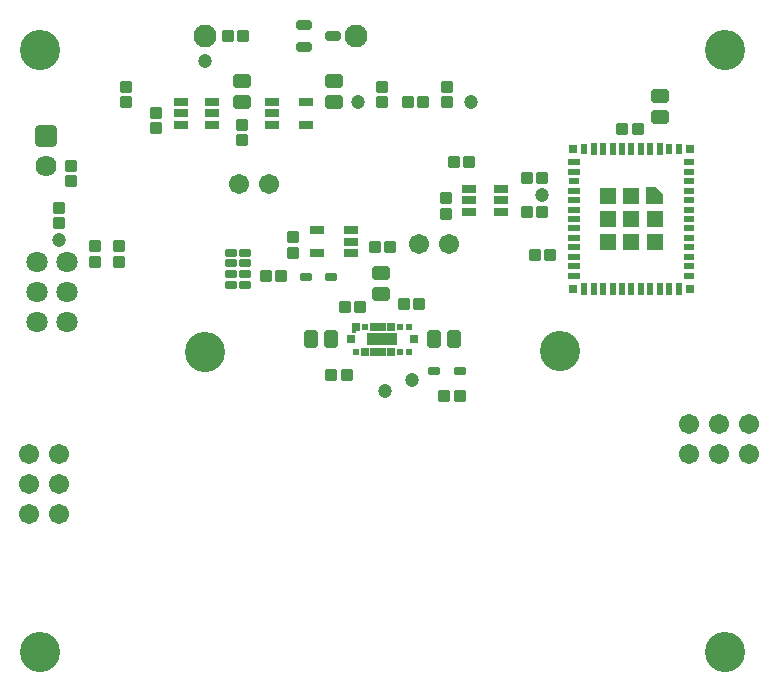
<source format=gbr>
%TF.GenerationSoftware,Altium Limited,Altium Designer,20.1.8 (145)*%
G04 Layer_Color=39423*
%FSLAX45Y45*%
%MOMM*%
%TF.SameCoordinates,BC6BF5D2-64E0-48A2-8BE4-7255E7142536*%
%TF.FilePolarity,Negative*%
%TF.FileFunction,Soldermask,Top*%
%TF.Part,Single*%
G01*
G75*
%TA.AperFunction,BGAPad,CuDef*%
%ADD21R,1.45000X1.45000*%
%ADD24R,0.50000X0.50000*%
%TA.AperFunction,SMDPad,CuDef*%
%ADD26R,2.50000X1.00000*%
%TA.AperFunction,ComponentPad*%
%ADD47C,3.40320*%
%ADD48C,1.95320*%
%ADD49C,1.70320*%
%ADD50C,1.80320*%
%ADD51C,1.78320*%
G04:AMPARAMS|DCode=52|XSize=1.7832mm|YSize=1.7832mm|CornerRadius=0.2596mm|HoleSize=0mm|Usage=FLASHONLY|Rotation=0.000|XOffset=0mm|YOffset=0mm|HoleType=Round|Shape=RoundedRectangle|*
%AMROUNDEDRECTD52*
21,1,1.78320,1.26400,0,0,0.0*
21,1,1.26400,1.78320,0,0,0.0*
1,1,0.51920,0.63200,-0.63200*
1,1,0.51920,-0.63200,-0.63200*
1,1,0.51920,-0.63200,0.63200*
1,1,0.51920,0.63200,0.63200*
%
%ADD52ROUNDEDRECTD52*%
%TA.AperFunction,WasherPad*%
%ADD53C,3.40320*%
%TA.AperFunction,SMDPad,CuDef*%
G04:AMPARAMS|DCode=58|XSize=1.0512mm|YSize=1.0512mm|CornerRadius=0.15248mm|HoleSize=0mm|Usage=FLASHONLY|Rotation=180.000|XOffset=0mm|YOffset=0mm|HoleType=Round|Shape=RoundedRectangle|*
%AMROUNDEDRECTD58*
21,1,1.05120,0.74624,0,0,180.0*
21,1,0.74624,1.05120,0,0,180.0*
1,1,0.30496,-0.37312,0.37312*
1,1,0.30496,0.37312,0.37312*
1,1,0.30496,0.37312,-0.37312*
1,1,0.30496,-0.37312,-0.37312*
%
%ADD58ROUNDEDRECTD58*%
G04:AMPARAMS|DCode=59|XSize=0.7032mm|YSize=1.0032mm|CornerRadius=0.1041mm|HoleSize=0mm|Usage=FLASHONLY|Rotation=90.000|XOffset=0mm|YOffset=0mm|HoleType=Round|Shape=RoundedRectangle|*
%AMROUNDEDRECTD59*
21,1,0.70320,0.79500,0,0,90.0*
21,1,0.49500,1.00320,0,0,90.0*
1,1,0.20820,0.39750,0.24750*
1,1,0.20820,0.39750,-0.24750*
1,1,0.20820,-0.39750,-0.24750*
1,1,0.20820,-0.39750,0.24750*
%
%ADD59ROUNDEDRECTD59*%
G04:AMPARAMS|DCode=60|XSize=1.0512mm|YSize=1.0512mm|CornerRadius=0.144mm|HoleSize=0mm|Usage=FLASHONLY|Rotation=0.000|XOffset=0mm|YOffset=0mm|HoleType=Round|Shape=RoundedRectangle|*
%AMROUNDEDRECTD60*
21,1,1.05120,0.76320,0,0,0.0*
21,1,0.76320,1.05120,0,0,0.0*
1,1,0.28800,0.38160,-0.38160*
1,1,0.28800,-0.38160,-0.38160*
1,1,0.28800,-0.38160,0.38160*
1,1,0.28800,0.38160,0.38160*
%
%ADD60ROUNDEDRECTD60*%
G04:AMPARAMS|DCode=61|XSize=1.0512mm|YSize=1.0512mm|CornerRadius=0.144mm|HoleSize=0mm|Usage=FLASHONLY|Rotation=270.000|XOffset=0mm|YOffset=0mm|HoleType=Round|Shape=RoundedRectangle|*
%AMROUNDEDRECTD61*
21,1,1.05120,0.76320,0,0,270.0*
21,1,0.76320,1.05120,0,0,270.0*
1,1,0.28800,-0.38160,-0.38160*
1,1,0.28800,-0.38160,0.38160*
1,1,0.28800,0.38160,0.38160*
1,1,0.28800,0.38160,-0.38160*
%
%ADD61ROUNDEDRECTD61*%
G04:AMPARAMS|DCode=62|XSize=0.7032mm|YSize=1.2532mm|CornerRadius=0.1266mm|HoleSize=0mm|Usage=FLASHONLY|Rotation=270.000|XOffset=0mm|YOffset=0mm|HoleType=Round|Shape=RoundedRectangle|*
%AMROUNDEDRECTD62*
21,1,0.70320,1.00000,0,0,270.0*
21,1,0.45000,1.25320,0,0,270.0*
1,1,0.25320,-0.50000,-0.22500*
1,1,0.25320,-0.50000,0.22500*
1,1,0.25320,0.50000,0.22500*
1,1,0.25320,0.50000,-0.22500*
%
%ADD62ROUNDEDRECTD62*%
G04:AMPARAMS|DCode=63|XSize=0.632mm|YSize=0.932mm|CornerRadius=0.1mm|HoleSize=0mm|Usage=FLASHONLY|Rotation=90.000|XOffset=0mm|YOffset=0mm|HoleType=Round|Shape=RoundedRectangle|*
%AMROUNDEDRECTD63*
21,1,0.63200,0.73200,0,0,90.0*
21,1,0.43200,0.93200,0,0,90.0*
1,1,0.20000,0.36600,0.21600*
1,1,0.20000,0.36600,-0.21600*
1,1,0.20000,-0.36600,-0.21600*
1,1,0.20000,-0.36600,0.21600*
%
%ADD63ROUNDEDRECTD63*%
G04:AMPARAMS|DCode=64|XSize=0.8032mm|YSize=1.3032mm|CornerRadius=0.1316mm|HoleSize=0mm|Usage=FLASHONLY|Rotation=90.000|XOffset=0mm|YOffset=0mm|HoleType=Round|Shape=RoundedRectangle|*
%AMROUNDEDRECTD64*
21,1,0.80320,1.04000,0,0,90.0*
21,1,0.54000,1.30320,0,0,90.0*
1,1,0.26320,0.52000,0.27000*
1,1,0.26320,0.52000,-0.27000*
1,1,0.26320,-0.52000,-0.27000*
1,1,0.26320,-0.52000,0.27000*
%
%ADD64ROUNDEDRECTD64*%
G04:AMPARAMS|DCode=65|XSize=1.0512mm|YSize=1.0512mm|CornerRadius=0.15248mm|HoleSize=0mm|Usage=FLASHONLY|Rotation=270.000|XOffset=0mm|YOffset=0mm|HoleType=Round|Shape=RoundedRectangle|*
%AMROUNDEDRECTD65*
21,1,1.05120,0.74624,0,0,270.0*
21,1,0.74624,1.05120,0,0,270.0*
1,1,0.30496,-0.37312,-0.37312*
1,1,0.30496,-0.37312,0.37312*
1,1,0.30496,0.37312,0.37312*
1,1,0.30496,0.37312,-0.37312*
%
%ADD65ROUNDEDRECTD65*%
%ADD66C,1.20320*%
%TA.AperFunction,ConnectorPad*%
%ADD67R,0.50000X0.90000*%
%ADD68R,0.60320X1.00320*%
%ADD69R,1.00320X0.60320*%
%ADD70R,0.90000X0.50000*%
%TA.AperFunction,SMDPad,CuDef*%
%ADD71R,0.80000X0.80000*%
%TA.AperFunction,BGAPad,CuDef*%
%ADD72R,0.65200X0.65200*%
%TA.AperFunction,SMDPad,CuDef*%
%ADD73R,0.35200X0.30200*%
%TA.AperFunction,BGAPad,CuDef*%
%ADD74R,0.65240X0.65240*%
%TA.AperFunction,SMDPad,CuDef*%
G04:AMPARAMS|DCode=75|XSize=1.4782mm|YSize=1.1032mm|CornerRadius=0.1466mm|HoleSize=0mm|Usage=FLASHONLY|Rotation=90.000|XOffset=0mm|YOffset=0mm|HoleType=Round|Shape=RoundedRectangle|*
%AMROUNDEDRECTD75*
21,1,1.47820,0.81000,0,0,90.0*
21,1,1.18500,1.10320,0,0,90.0*
1,1,0.29320,0.40500,0.59250*
1,1,0.29320,0.40500,-0.59250*
1,1,0.29320,-0.40500,-0.59250*
1,1,0.29320,-0.40500,0.59250*
%
%ADD75ROUNDEDRECTD75*%
G04:AMPARAMS|DCode=76|XSize=1.4782mm|YSize=1.1032mm|CornerRadius=0.1466mm|HoleSize=0mm|Usage=FLASHONLY|Rotation=0.000|XOffset=0mm|YOffset=0mm|HoleType=Round|Shape=RoundedRectangle|*
%AMROUNDEDRECTD76*
21,1,1.47820,0.81000,0,0,0.0*
21,1,1.18500,1.10320,0,0,0.0*
1,1,0.29320,0.59250,-0.40500*
1,1,0.29320,-0.59250,-0.40500*
1,1,0.29320,-0.59250,0.40500*
1,1,0.29320,0.59250,0.40500*
%
%ADD76ROUNDEDRECTD76*%
G36*
X5628000Y4230600D02*
Y4145600D01*
X5483000D01*
Y4290600D01*
X5568000D01*
X5628000Y4230600D01*
D02*
G37*
D21*
X5358000Y4020600D02*
D03*
X5555500Y3823100D02*
D03*
Y4020600D02*
D03*
X5358000Y4218100D02*
D03*
X5160500D02*
D03*
Y4020600D02*
D03*
Y3823100D02*
D03*
X5358000D02*
D03*
D24*
X3400000Y2895000D02*
D03*
X3025000D02*
D03*
X3100000Y3105000D02*
D03*
X3475000D02*
D03*
X3400000D02*
D03*
X3475000Y2895000D02*
D03*
D26*
X3250000Y3000000D02*
D03*
D47*
X4750000Y2900000D02*
D03*
X1747500Y2897500D02*
D03*
D48*
X3030000Y5570000D02*
D03*
X1750000D02*
D03*
D49*
X508000Y2032000D02*
D03*
X254000D02*
D03*
X2286000Y4318000D02*
D03*
X508000Y1524000D02*
D03*
X3810000Y3810000D02*
D03*
X6350000Y2032000D02*
D03*
X254000Y1778000D02*
D03*
Y1524000D02*
D03*
X5842000Y2032000D02*
D03*
Y2286000D02*
D03*
X3556000Y3810000D02*
D03*
X6096000Y2032000D02*
D03*
X508000Y1778000D02*
D03*
X6350000Y2286000D02*
D03*
X2032000Y4318000D02*
D03*
X6096000Y2286000D02*
D03*
D50*
X577801Y3658025D02*
D03*
Y3404025D02*
D03*
Y3150025D02*
D03*
X323801D02*
D03*
Y3404025D02*
D03*
Y3658025D02*
D03*
D51*
X400000Y4473000D02*
D03*
D52*
Y4727000D02*
D03*
D53*
X6150000Y350000D02*
D03*
Y5450000D02*
D03*
X350000Y350000D02*
D03*
Y5450000D02*
D03*
D58*
X813053Y3658025D02*
D03*
Y3788025D02*
D03*
X1077514Y5009237D02*
D03*
Y5139237D02*
D03*
X1336040Y4791480D02*
D03*
Y4921480D02*
D03*
X614402Y4473000D02*
D03*
Y4343000D02*
D03*
X2060184Y4819237D02*
D03*
Y4689237D02*
D03*
X3786015Y4195798D02*
D03*
Y4065798D02*
D03*
D59*
X3903080Y2730921D02*
D03*
X3683080D02*
D03*
X2598791Y3529063D02*
D03*
X2818791D02*
D03*
D60*
X2494212Y3864463D02*
D03*
Y3734463D02*
D03*
X3250370Y5139237D02*
D03*
Y5009237D02*
D03*
X1016000Y3658025D02*
D03*
X1016000Y3788025D02*
D03*
X3799036Y5009237D02*
D03*
Y5139237D02*
D03*
X508401Y4112721D02*
D03*
Y3982721D02*
D03*
D61*
X3315000Y3787293D02*
D03*
X3185000D02*
D03*
X3463539Y5009237D02*
D03*
X3593539D02*
D03*
D62*
X2694898Y3734463D02*
D03*
Y3924463D02*
D03*
X2984898D02*
D03*
Y3829463D02*
D03*
Y3734463D02*
D03*
X1540627Y5009237D02*
D03*
Y4914237D02*
D03*
Y4819237D02*
D03*
X1805627D02*
D03*
Y4914237D02*
D03*
X1805627Y5009237D02*
D03*
X2604740Y5009237D02*
D03*
X2604740Y4819237D02*
D03*
X2314740D02*
D03*
Y4914237D02*
D03*
X2314740Y5009237D02*
D03*
X3986719Y4273298D02*
D03*
Y4178297D02*
D03*
Y4083298D02*
D03*
X4251719D02*
D03*
Y4178297D02*
D03*
Y4273298D02*
D03*
D63*
X1965537Y3464463D02*
D03*
Y3554463D02*
D03*
Y3644463D02*
D03*
Y3734463D02*
D03*
X2085537D02*
D03*
Y3644463D02*
D03*
Y3554463D02*
D03*
Y3464463D02*
D03*
D64*
X2583573Y5475000D02*
D03*
Y5665000D02*
D03*
X2833574Y5570000D02*
D03*
D65*
X1939166D02*
D03*
X2069166D02*
D03*
X3856719Y4500600D02*
D03*
X3986719D02*
D03*
X4670242Y3717580D02*
D03*
X4540242D02*
D03*
X3903080Y2519405D02*
D03*
X3773080D02*
D03*
X2391526Y3541763D02*
D03*
X2261526D02*
D03*
X3059560Y3277900D02*
D03*
X2929560D02*
D03*
X3561180Y3303300D02*
D03*
X3431180D02*
D03*
X5282600Y4781447D02*
D03*
X5412600D02*
D03*
X2818791Y2695330D02*
D03*
X2948791D02*
D03*
X4605241Y4365678D02*
D03*
X4475242Y4365678D02*
D03*
Y4083298D02*
D03*
X4605242D02*
D03*
D66*
X3044736Y5009237D02*
D03*
X4605241Y4224488D02*
D03*
X3500000Y2658018D02*
D03*
X3268650Y2565330D02*
D03*
X3997940Y5009237D02*
D03*
X508401Y3842625D02*
D03*
X1750000Y5356860D02*
D03*
D67*
X5758000Y4610600D02*
D03*
X5678000D02*
D03*
X4958000D02*
D03*
D68*
X5598000D02*
D03*
X5518000D02*
D03*
X5438000D02*
D03*
X5358000D02*
D03*
X5278000D02*
D03*
X5198000D02*
D03*
X5118000D02*
D03*
X5038000D02*
D03*
X4958000Y3430600D02*
D03*
X5038000D02*
D03*
X5118000D02*
D03*
X5198000D02*
D03*
X5278000D02*
D03*
X5358000D02*
D03*
X5438000D02*
D03*
X5518000D02*
D03*
X5598000D02*
D03*
X5678000D02*
D03*
X5758000D02*
D03*
D69*
X4868000Y4500600D02*
D03*
Y4420600D02*
D03*
Y4260600D02*
D03*
Y4180600D02*
D03*
Y4100600D02*
D03*
Y4020600D02*
D03*
Y3940600D02*
D03*
Y3860600D02*
D03*
Y3780600D02*
D03*
Y3620600D02*
D03*
Y3540600D02*
D03*
Y3700600D02*
D03*
D70*
Y4340600D02*
D03*
X5848000Y3540600D02*
D03*
Y3620600D02*
D03*
Y3700600D02*
D03*
Y3780600D02*
D03*
Y3860600D02*
D03*
Y3940600D02*
D03*
Y4020600D02*
D03*
Y4100600D02*
D03*
Y4180600D02*
D03*
Y4260600D02*
D03*
Y4340600D02*
D03*
Y4420600D02*
D03*
Y4500600D02*
D03*
D71*
X5853000Y4615600D02*
D03*
X4863000D02*
D03*
Y3425600D02*
D03*
X5853000D02*
D03*
D72*
X3100000Y2895000D02*
D03*
X3025000Y3105000D02*
D03*
X3175000Y2895000D02*
D03*
Y3105000D02*
D03*
X3250000Y2895000D02*
D03*
Y3105000D02*
D03*
X3325000Y2895000D02*
D03*
Y3105000D02*
D03*
D73*
X3010000Y3075000D02*
D03*
D74*
X3515000Y3000000D02*
D03*
X2985000D02*
D03*
D75*
X2818791Y3000000D02*
D03*
X2643551D02*
D03*
X3683080Y3000000D02*
D03*
X3858320D02*
D03*
D76*
X5598000Y4884654D02*
D03*
Y5059894D02*
D03*
X2841629Y5009237D02*
D03*
X2841629Y5184477D02*
D03*
X2060184Y5009237D02*
D03*
X2060183Y5184477D02*
D03*
X3239840Y3384877D02*
D03*
Y3560117D02*
D03*
%TF.MD5,3cdd36c88a4f824c69402e13ddfb8e43*%
M02*

</source>
